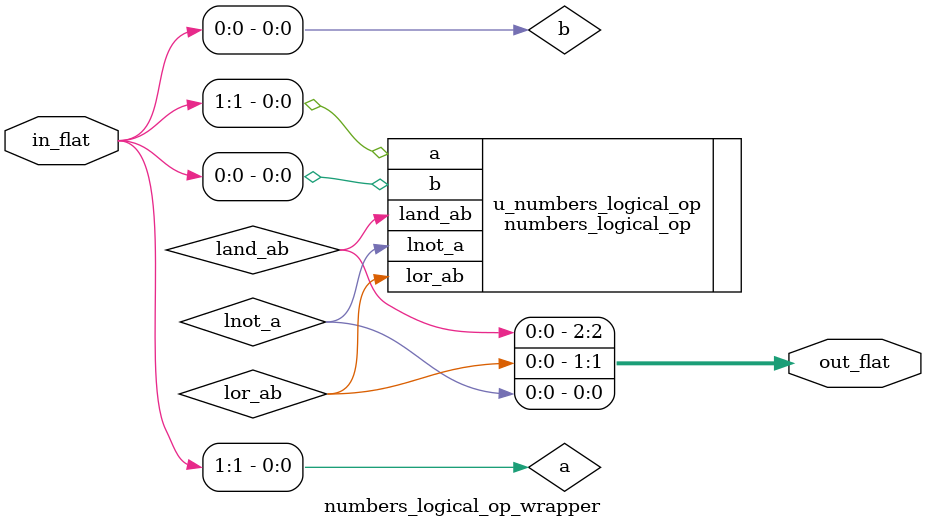
<source format=sv>
`include "numbers_logical_op.sv"

module numbers_logical_op_wrapper (
    input  wire [1:0] in_flat,
    output wire [2:0] out_flat
);

  // Slice `in_flat` into original inputs
  wire a = in_flat[1];
  wire b = in_flat[0];

  // Wires to capture original module outputs
  wire land_ab;
  wire lor_ab;
  wire lnot_a;

  // Instantiate the original module
  numbers_logical_op u_numbers_logical_op (
    .a(a),
    .b(b),
    .land_ab(land_ab),
    .lor_ab(lor_ab),
    .lnot_a(lnot_a)
  );

  // Pack original outputs into `out_flat`
  assign out_flat[2] = land_ab;
  assign out_flat[1] = lor_ab;
  assign out_flat[0] = lnot_a;

endmodule  // numbers_logical_op_wrapper
</source>
